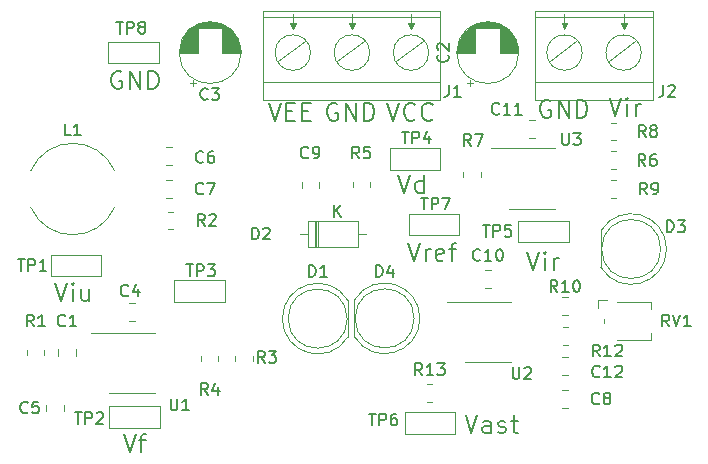
<source format=gto>
%TF.GenerationSoftware,KiCad,Pcbnew,5.1.10-88a1d61d58~88~ubuntu18.04.1*%
%TF.CreationDate,2021-06-11T13:40:42+04:00*%
%TF.ProjectId,DetecteurPresence,44657465-6374-4657-9572-50726573656e,1.0*%
%TF.SameCoordinates,Original*%
%TF.FileFunction,Legend,Top*%
%TF.FilePolarity,Positive*%
%FSLAX46Y46*%
G04 Gerber Fmt 4.6, Leading zero omitted, Abs format (unit mm)*
G04 Created by KiCad (PCBNEW 5.1.10-88a1d61d58~88~ubuntu18.04.1) date 2021-06-11 13:40:42*
%MOMM*%
%LPD*%
G01*
G04 APERTURE LIST*
%ADD10C,0.150000*%
%ADD11C,0.120000*%
%ADD12C,0.100000*%
G04 APERTURE END LIST*
D10*
X70814571Y-27372571D02*
X71314571Y-28872571D01*
X71814571Y-27372571D01*
X72314571Y-28872571D02*
X72314571Y-27872571D01*
X72314571Y-27372571D02*
X72243142Y-27444000D01*
X72314571Y-27515428D01*
X72386000Y-27444000D01*
X72314571Y-27372571D01*
X72314571Y-27515428D01*
X73028857Y-28872571D02*
X73028857Y-27872571D01*
X73028857Y-28158285D02*
X73100285Y-28015428D01*
X73171714Y-27944000D01*
X73314571Y-27872571D01*
X73457428Y-27872571D01*
X65786142Y-27571000D02*
X65643285Y-27499571D01*
X65429000Y-27499571D01*
X65214714Y-27571000D01*
X65071857Y-27713857D01*
X65000428Y-27856714D01*
X64929000Y-28142428D01*
X64929000Y-28356714D01*
X65000428Y-28642428D01*
X65071857Y-28785285D01*
X65214714Y-28928142D01*
X65429000Y-28999571D01*
X65571857Y-28999571D01*
X65786142Y-28928142D01*
X65857571Y-28856714D01*
X65857571Y-28356714D01*
X65571857Y-28356714D01*
X66500428Y-28999571D02*
X66500428Y-27499571D01*
X67357571Y-28999571D01*
X67357571Y-27499571D01*
X68071857Y-28999571D02*
X68071857Y-27499571D01*
X68429000Y-27499571D01*
X68643285Y-27571000D01*
X68786142Y-27713857D01*
X68857571Y-27856714D01*
X68929000Y-28142428D01*
X68929000Y-28356714D01*
X68857571Y-28642428D01*
X68786142Y-28785285D01*
X68643285Y-28928142D01*
X68429000Y-28999571D01*
X68071857Y-28999571D01*
X51975000Y-27753571D02*
X52475000Y-29253571D01*
X52975000Y-27753571D01*
X54332142Y-29110714D02*
X54260714Y-29182142D01*
X54046428Y-29253571D01*
X53903571Y-29253571D01*
X53689285Y-29182142D01*
X53546428Y-29039285D01*
X53475000Y-28896428D01*
X53403571Y-28610714D01*
X53403571Y-28396428D01*
X53475000Y-28110714D01*
X53546428Y-27967857D01*
X53689285Y-27825000D01*
X53903571Y-27753571D01*
X54046428Y-27753571D01*
X54260714Y-27825000D01*
X54332142Y-27896428D01*
X55832142Y-29110714D02*
X55760714Y-29182142D01*
X55546428Y-29253571D01*
X55403571Y-29253571D01*
X55189285Y-29182142D01*
X55046428Y-29039285D01*
X54975000Y-28896428D01*
X54903571Y-28610714D01*
X54903571Y-28396428D01*
X54975000Y-28110714D01*
X55046428Y-27967857D01*
X55189285Y-27825000D01*
X55403571Y-27753571D01*
X55546428Y-27753571D01*
X55760714Y-27825000D01*
X55832142Y-27896428D01*
X47752142Y-27825000D02*
X47609285Y-27753571D01*
X47395000Y-27753571D01*
X47180714Y-27825000D01*
X47037857Y-27967857D01*
X46966428Y-28110714D01*
X46895000Y-28396428D01*
X46895000Y-28610714D01*
X46966428Y-28896428D01*
X47037857Y-29039285D01*
X47180714Y-29182142D01*
X47395000Y-29253571D01*
X47537857Y-29253571D01*
X47752142Y-29182142D01*
X47823571Y-29110714D01*
X47823571Y-28610714D01*
X47537857Y-28610714D01*
X48466428Y-29253571D02*
X48466428Y-27753571D01*
X49323571Y-29253571D01*
X49323571Y-27753571D01*
X50037857Y-29253571D02*
X50037857Y-27753571D01*
X50395000Y-27753571D01*
X50609285Y-27825000D01*
X50752142Y-27967857D01*
X50823571Y-28110714D01*
X50895000Y-28396428D01*
X50895000Y-28610714D01*
X50823571Y-28896428D01*
X50752142Y-29039285D01*
X50609285Y-29182142D01*
X50395000Y-29253571D01*
X50037857Y-29253571D01*
X41957857Y-27753571D02*
X42457857Y-29253571D01*
X42957857Y-27753571D01*
X43457857Y-28467857D02*
X43957857Y-28467857D01*
X44172142Y-29253571D02*
X43457857Y-29253571D01*
X43457857Y-27753571D01*
X44172142Y-27753571D01*
X44815000Y-28467857D02*
X45315000Y-28467857D01*
X45529285Y-29253571D02*
X44815000Y-29253571D01*
X44815000Y-27753571D01*
X45529285Y-27753571D01*
X58618714Y-54169571D02*
X59118714Y-55669571D01*
X59618714Y-54169571D01*
X60761571Y-55669571D02*
X60761571Y-54883857D01*
X60690142Y-54741000D01*
X60547285Y-54669571D01*
X60261571Y-54669571D01*
X60118714Y-54741000D01*
X60761571Y-55598142D02*
X60618714Y-55669571D01*
X60261571Y-55669571D01*
X60118714Y-55598142D01*
X60047285Y-55455285D01*
X60047285Y-55312428D01*
X60118714Y-55169571D01*
X60261571Y-55098142D01*
X60618714Y-55098142D01*
X60761571Y-55026714D01*
X61404428Y-55598142D02*
X61547285Y-55669571D01*
X61833000Y-55669571D01*
X61975857Y-55598142D01*
X62047285Y-55455285D01*
X62047285Y-55383857D01*
X61975857Y-55241000D01*
X61833000Y-55169571D01*
X61618714Y-55169571D01*
X61475857Y-55098142D01*
X61404428Y-54955285D01*
X61404428Y-54883857D01*
X61475857Y-54741000D01*
X61618714Y-54669571D01*
X61833000Y-54669571D01*
X61975857Y-54741000D01*
X62475857Y-54669571D02*
X63047285Y-54669571D01*
X62690142Y-54169571D02*
X62690142Y-55455285D01*
X62761571Y-55598142D01*
X62904428Y-55669571D01*
X63047285Y-55669571D01*
X29678428Y-55820571D02*
X30178428Y-57320571D01*
X30678428Y-55820571D01*
X30964142Y-56320571D02*
X31535571Y-56320571D01*
X31178428Y-57320571D02*
X31178428Y-56034857D01*
X31249857Y-55892000D01*
X31392714Y-55820571D01*
X31535571Y-55820571D01*
X23864285Y-42993571D02*
X24364285Y-44493571D01*
X24864285Y-42993571D01*
X25364285Y-44493571D02*
X25364285Y-43493571D01*
X25364285Y-42993571D02*
X25292857Y-43065000D01*
X25364285Y-43136428D01*
X25435714Y-43065000D01*
X25364285Y-42993571D01*
X25364285Y-43136428D01*
X26721428Y-43493571D02*
X26721428Y-44493571D01*
X26078571Y-43493571D02*
X26078571Y-44279285D01*
X26150000Y-44422142D01*
X26292857Y-44493571D01*
X26507142Y-44493571D01*
X26650000Y-44422142D01*
X26721428Y-44350714D01*
X52923428Y-33849571D02*
X53423428Y-35349571D01*
X53923428Y-33849571D01*
X55066285Y-35349571D02*
X55066285Y-33849571D01*
X55066285Y-35278142D02*
X54923428Y-35349571D01*
X54637714Y-35349571D01*
X54494857Y-35278142D01*
X54423428Y-35206714D01*
X54352000Y-35063857D01*
X54352000Y-34635285D01*
X54423428Y-34492428D01*
X54494857Y-34421000D01*
X54637714Y-34349571D01*
X54923428Y-34349571D01*
X55066285Y-34421000D01*
X53742685Y-39615371D02*
X54242685Y-41115371D01*
X54742685Y-39615371D01*
X55242685Y-41115371D02*
X55242685Y-40115371D01*
X55242685Y-40401085D02*
X55314114Y-40258228D01*
X55385542Y-40186800D01*
X55528400Y-40115371D01*
X55671257Y-40115371D01*
X56742685Y-41043942D02*
X56599828Y-41115371D01*
X56314114Y-41115371D01*
X56171257Y-41043942D01*
X56099828Y-40901085D01*
X56099828Y-40329657D01*
X56171257Y-40186800D01*
X56314114Y-40115371D01*
X56599828Y-40115371D01*
X56742685Y-40186800D01*
X56814114Y-40329657D01*
X56814114Y-40472514D01*
X56099828Y-40615371D01*
X57242685Y-40115371D02*
X57814114Y-40115371D01*
X57456971Y-41115371D02*
X57456971Y-39829657D01*
X57528400Y-39686800D01*
X57671257Y-39615371D01*
X57814114Y-39615371D01*
X63854971Y-40377371D02*
X64354971Y-41877371D01*
X64854971Y-40377371D01*
X65354971Y-41877371D02*
X65354971Y-40877371D01*
X65354971Y-40377371D02*
X65283542Y-40448800D01*
X65354971Y-40520228D01*
X65426400Y-40448800D01*
X65354971Y-40377371D01*
X65354971Y-40520228D01*
X66069257Y-41877371D02*
X66069257Y-40877371D01*
X66069257Y-41163085D02*
X66140685Y-41020228D01*
X66212114Y-40948800D01*
X66354971Y-40877371D01*
X66497828Y-40877371D01*
X29489542Y-25132600D02*
X29346685Y-25061171D01*
X29132400Y-25061171D01*
X28918114Y-25132600D01*
X28775257Y-25275457D01*
X28703828Y-25418314D01*
X28632400Y-25704028D01*
X28632400Y-25918314D01*
X28703828Y-26204028D01*
X28775257Y-26346885D01*
X28918114Y-26489742D01*
X29132400Y-26561171D01*
X29275257Y-26561171D01*
X29489542Y-26489742D01*
X29560971Y-26418314D01*
X29560971Y-25918314D01*
X29275257Y-25918314D01*
X30203828Y-26561171D02*
X30203828Y-25061171D01*
X31060971Y-26561171D01*
X31060971Y-25061171D01*
X31775257Y-26561171D02*
X31775257Y-25061171D01*
X32132400Y-25061171D01*
X32346685Y-25132600D01*
X32489542Y-25275457D01*
X32560971Y-25418314D01*
X32632400Y-25704028D01*
X32632400Y-25918314D01*
X32560971Y-26204028D01*
X32489542Y-26346885D01*
X32346685Y-26489742D01*
X32132400Y-26561171D01*
X31775257Y-26561171D01*
D11*
%TO.C,R7*%
X59917000Y-34025064D02*
X59917000Y-33570936D01*
X58447000Y-34025064D02*
X58447000Y-33570936D01*
%TO.C,TP8*%
X32635400Y-24369600D02*
X28335400Y-24369600D01*
X28335400Y-22569600D02*
X32635400Y-22569600D01*
X28335400Y-22569600D02*
X28335400Y-24369600D01*
X32635400Y-24369600D02*
X32635400Y-22569600D01*
%TO.C,C1*%
X24157000Y-48633748D02*
X24157000Y-49156252D01*
X25627000Y-48633748D02*
X25627000Y-49156252D01*
%TO.C,C2*%
X63120000Y-23500000D02*
G75*
G03*
X63120000Y-23500000I-2620000J0D01*
G01*
X61540000Y-23500000D02*
X63080000Y-23500000D01*
X57920000Y-23500000D02*
X59460000Y-23500000D01*
X61540000Y-23460000D02*
X63080000Y-23460000D01*
X57920000Y-23460000D02*
X59460000Y-23460000D01*
X57921000Y-23420000D02*
X59460000Y-23420000D01*
X61540000Y-23420000D02*
X63079000Y-23420000D01*
X57922000Y-23380000D02*
X59460000Y-23380000D01*
X61540000Y-23380000D02*
X63078000Y-23380000D01*
X57924000Y-23340000D02*
X59460000Y-23340000D01*
X61540000Y-23340000D02*
X63076000Y-23340000D01*
X57927000Y-23300000D02*
X59460000Y-23300000D01*
X61540000Y-23300000D02*
X63073000Y-23300000D01*
X57931000Y-23260000D02*
X59460000Y-23260000D01*
X61540000Y-23260000D02*
X63069000Y-23260000D01*
X57935000Y-23220000D02*
X59460000Y-23220000D01*
X61540000Y-23220000D02*
X63065000Y-23220000D01*
X57939000Y-23180000D02*
X59460000Y-23180000D01*
X61540000Y-23180000D02*
X63061000Y-23180000D01*
X57944000Y-23140000D02*
X59460000Y-23140000D01*
X61540000Y-23140000D02*
X63056000Y-23140000D01*
X57950000Y-23100000D02*
X59460000Y-23100000D01*
X61540000Y-23100000D02*
X63050000Y-23100000D01*
X57957000Y-23060000D02*
X59460000Y-23060000D01*
X61540000Y-23060000D02*
X63043000Y-23060000D01*
X57964000Y-23020000D02*
X59460000Y-23020000D01*
X61540000Y-23020000D02*
X63036000Y-23020000D01*
X57972000Y-22980000D02*
X59460000Y-22980000D01*
X61540000Y-22980000D02*
X63028000Y-22980000D01*
X57980000Y-22940000D02*
X59460000Y-22940000D01*
X61540000Y-22940000D02*
X63020000Y-22940000D01*
X57989000Y-22900000D02*
X59460000Y-22900000D01*
X61540000Y-22900000D02*
X63011000Y-22900000D01*
X57999000Y-22860000D02*
X59460000Y-22860000D01*
X61540000Y-22860000D02*
X63001000Y-22860000D01*
X58009000Y-22820000D02*
X59460000Y-22820000D01*
X61540000Y-22820000D02*
X62991000Y-22820000D01*
X58020000Y-22779000D02*
X59460000Y-22779000D01*
X61540000Y-22779000D02*
X62980000Y-22779000D01*
X58032000Y-22739000D02*
X59460000Y-22739000D01*
X61540000Y-22739000D02*
X62968000Y-22739000D01*
X58045000Y-22699000D02*
X59460000Y-22699000D01*
X61540000Y-22699000D02*
X62955000Y-22699000D01*
X58058000Y-22659000D02*
X59460000Y-22659000D01*
X61540000Y-22659000D02*
X62942000Y-22659000D01*
X58072000Y-22619000D02*
X59460000Y-22619000D01*
X61540000Y-22619000D02*
X62928000Y-22619000D01*
X58086000Y-22579000D02*
X59460000Y-22579000D01*
X61540000Y-22579000D02*
X62914000Y-22579000D01*
X58102000Y-22539000D02*
X59460000Y-22539000D01*
X61540000Y-22539000D02*
X62898000Y-22539000D01*
X58118000Y-22499000D02*
X59460000Y-22499000D01*
X61540000Y-22499000D02*
X62882000Y-22499000D01*
X58135000Y-22459000D02*
X59460000Y-22459000D01*
X61540000Y-22459000D02*
X62865000Y-22459000D01*
X58152000Y-22419000D02*
X59460000Y-22419000D01*
X61540000Y-22419000D02*
X62848000Y-22419000D01*
X58171000Y-22379000D02*
X59460000Y-22379000D01*
X61540000Y-22379000D02*
X62829000Y-22379000D01*
X58190000Y-22339000D02*
X59460000Y-22339000D01*
X61540000Y-22339000D02*
X62810000Y-22339000D01*
X58210000Y-22299000D02*
X59460000Y-22299000D01*
X61540000Y-22299000D02*
X62790000Y-22299000D01*
X58232000Y-22259000D02*
X59460000Y-22259000D01*
X61540000Y-22259000D02*
X62768000Y-22259000D01*
X58253000Y-22219000D02*
X59460000Y-22219000D01*
X61540000Y-22219000D02*
X62747000Y-22219000D01*
X58276000Y-22179000D02*
X59460000Y-22179000D01*
X61540000Y-22179000D02*
X62724000Y-22179000D01*
X58300000Y-22139000D02*
X59460000Y-22139000D01*
X61540000Y-22139000D02*
X62700000Y-22139000D01*
X58325000Y-22099000D02*
X59460000Y-22099000D01*
X61540000Y-22099000D02*
X62675000Y-22099000D01*
X58351000Y-22059000D02*
X59460000Y-22059000D01*
X61540000Y-22059000D02*
X62649000Y-22059000D01*
X58378000Y-22019000D02*
X59460000Y-22019000D01*
X61540000Y-22019000D02*
X62622000Y-22019000D01*
X58405000Y-21979000D02*
X59460000Y-21979000D01*
X61540000Y-21979000D02*
X62595000Y-21979000D01*
X58435000Y-21939000D02*
X59460000Y-21939000D01*
X61540000Y-21939000D02*
X62565000Y-21939000D01*
X58465000Y-21899000D02*
X59460000Y-21899000D01*
X61540000Y-21899000D02*
X62535000Y-21899000D01*
X58496000Y-21859000D02*
X59460000Y-21859000D01*
X61540000Y-21859000D02*
X62504000Y-21859000D01*
X58529000Y-21819000D02*
X59460000Y-21819000D01*
X61540000Y-21819000D02*
X62471000Y-21819000D01*
X58563000Y-21779000D02*
X59460000Y-21779000D01*
X61540000Y-21779000D02*
X62437000Y-21779000D01*
X58599000Y-21739000D02*
X59460000Y-21739000D01*
X61540000Y-21739000D02*
X62401000Y-21739000D01*
X58636000Y-21699000D02*
X59460000Y-21699000D01*
X61540000Y-21699000D02*
X62364000Y-21699000D01*
X58674000Y-21659000D02*
X59460000Y-21659000D01*
X61540000Y-21659000D02*
X62326000Y-21659000D01*
X58715000Y-21619000D02*
X59460000Y-21619000D01*
X61540000Y-21619000D02*
X62285000Y-21619000D01*
X58757000Y-21579000D02*
X59460000Y-21579000D01*
X61540000Y-21579000D02*
X62243000Y-21579000D01*
X58801000Y-21539000D02*
X59460000Y-21539000D01*
X61540000Y-21539000D02*
X62199000Y-21539000D01*
X58847000Y-21499000D02*
X59460000Y-21499000D01*
X61540000Y-21499000D02*
X62153000Y-21499000D01*
X58895000Y-21459000D02*
X62105000Y-21459000D01*
X58946000Y-21419000D02*
X62054000Y-21419000D01*
X59000000Y-21379000D02*
X62000000Y-21379000D01*
X59057000Y-21339000D02*
X61943000Y-21339000D01*
X59117000Y-21299000D02*
X61883000Y-21299000D01*
X59181000Y-21259000D02*
X61819000Y-21259000D01*
X59249000Y-21219000D02*
X61751000Y-21219000D01*
X59322000Y-21179000D02*
X61678000Y-21179000D01*
X59402000Y-21139000D02*
X61598000Y-21139000D01*
X59489000Y-21099000D02*
X61511000Y-21099000D01*
X59585000Y-21059000D02*
X61415000Y-21059000D01*
X59695000Y-21019000D02*
X61305000Y-21019000D01*
X59823000Y-20979000D02*
X61177000Y-20979000D01*
X59982000Y-20939000D02*
X61018000Y-20939000D01*
X60216000Y-20899000D02*
X60784000Y-20899000D01*
X59025000Y-26304775D02*
X59025000Y-25804775D01*
X58775000Y-26054775D02*
X59275000Y-26054775D01*
%TO.C,C3*%
X35275000Y-26054775D02*
X35775000Y-26054775D01*
X35525000Y-26304775D02*
X35525000Y-25804775D01*
X36716000Y-20899000D02*
X37284000Y-20899000D01*
X36482000Y-20939000D02*
X37518000Y-20939000D01*
X36323000Y-20979000D02*
X37677000Y-20979000D01*
X36195000Y-21019000D02*
X37805000Y-21019000D01*
X36085000Y-21059000D02*
X37915000Y-21059000D01*
X35989000Y-21099000D02*
X38011000Y-21099000D01*
X35902000Y-21139000D02*
X38098000Y-21139000D01*
X35822000Y-21179000D02*
X38178000Y-21179000D01*
X35749000Y-21219000D02*
X38251000Y-21219000D01*
X35681000Y-21259000D02*
X38319000Y-21259000D01*
X35617000Y-21299000D02*
X38383000Y-21299000D01*
X35557000Y-21339000D02*
X38443000Y-21339000D01*
X35500000Y-21379000D02*
X38500000Y-21379000D01*
X35446000Y-21419000D02*
X38554000Y-21419000D01*
X35395000Y-21459000D02*
X38605000Y-21459000D01*
X38040000Y-21499000D02*
X38653000Y-21499000D01*
X35347000Y-21499000D02*
X35960000Y-21499000D01*
X38040000Y-21539000D02*
X38699000Y-21539000D01*
X35301000Y-21539000D02*
X35960000Y-21539000D01*
X38040000Y-21579000D02*
X38743000Y-21579000D01*
X35257000Y-21579000D02*
X35960000Y-21579000D01*
X38040000Y-21619000D02*
X38785000Y-21619000D01*
X35215000Y-21619000D02*
X35960000Y-21619000D01*
X38040000Y-21659000D02*
X38826000Y-21659000D01*
X35174000Y-21659000D02*
X35960000Y-21659000D01*
X38040000Y-21699000D02*
X38864000Y-21699000D01*
X35136000Y-21699000D02*
X35960000Y-21699000D01*
X38040000Y-21739000D02*
X38901000Y-21739000D01*
X35099000Y-21739000D02*
X35960000Y-21739000D01*
X38040000Y-21779000D02*
X38937000Y-21779000D01*
X35063000Y-21779000D02*
X35960000Y-21779000D01*
X38040000Y-21819000D02*
X38971000Y-21819000D01*
X35029000Y-21819000D02*
X35960000Y-21819000D01*
X38040000Y-21859000D02*
X39004000Y-21859000D01*
X34996000Y-21859000D02*
X35960000Y-21859000D01*
X38040000Y-21899000D02*
X39035000Y-21899000D01*
X34965000Y-21899000D02*
X35960000Y-21899000D01*
X38040000Y-21939000D02*
X39065000Y-21939000D01*
X34935000Y-21939000D02*
X35960000Y-21939000D01*
X38040000Y-21979000D02*
X39095000Y-21979000D01*
X34905000Y-21979000D02*
X35960000Y-21979000D01*
X38040000Y-22019000D02*
X39122000Y-22019000D01*
X34878000Y-22019000D02*
X35960000Y-22019000D01*
X38040000Y-22059000D02*
X39149000Y-22059000D01*
X34851000Y-22059000D02*
X35960000Y-22059000D01*
X38040000Y-22099000D02*
X39175000Y-22099000D01*
X34825000Y-22099000D02*
X35960000Y-22099000D01*
X38040000Y-22139000D02*
X39200000Y-22139000D01*
X34800000Y-22139000D02*
X35960000Y-22139000D01*
X38040000Y-22179000D02*
X39224000Y-22179000D01*
X34776000Y-22179000D02*
X35960000Y-22179000D01*
X38040000Y-22219000D02*
X39247000Y-22219000D01*
X34753000Y-22219000D02*
X35960000Y-22219000D01*
X38040000Y-22259000D02*
X39268000Y-22259000D01*
X34732000Y-22259000D02*
X35960000Y-22259000D01*
X38040000Y-22299000D02*
X39290000Y-22299000D01*
X34710000Y-22299000D02*
X35960000Y-22299000D01*
X38040000Y-22339000D02*
X39310000Y-22339000D01*
X34690000Y-22339000D02*
X35960000Y-22339000D01*
X38040000Y-22379000D02*
X39329000Y-22379000D01*
X34671000Y-22379000D02*
X35960000Y-22379000D01*
X38040000Y-22419000D02*
X39348000Y-22419000D01*
X34652000Y-22419000D02*
X35960000Y-22419000D01*
X38040000Y-22459000D02*
X39365000Y-22459000D01*
X34635000Y-22459000D02*
X35960000Y-22459000D01*
X38040000Y-22499000D02*
X39382000Y-22499000D01*
X34618000Y-22499000D02*
X35960000Y-22499000D01*
X38040000Y-22539000D02*
X39398000Y-22539000D01*
X34602000Y-22539000D02*
X35960000Y-22539000D01*
X38040000Y-22579000D02*
X39414000Y-22579000D01*
X34586000Y-22579000D02*
X35960000Y-22579000D01*
X38040000Y-22619000D02*
X39428000Y-22619000D01*
X34572000Y-22619000D02*
X35960000Y-22619000D01*
X38040000Y-22659000D02*
X39442000Y-22659000D01*
X34558000Y-22659000D02*
X35960000Y-22659000D01*
X38040000Y-22699000D02*
X39455000Y-22699000D01*
X34545000Y-22699000D02*
X35960000Y-22699000D01*
X38040000Y-22739000D02*
X39468000Y-22739000D01*
X34532000Y-22739000D02*
X35960000Y-22739000D01*
X38040000Y-22779000D02*
X39480000Y-22779000D01*
X34520000Y-22779000D02*
X35960000Y-22779000D01*
X38040000Y-22820000D02*
X39491000Y-22820000D01*
X34509000Y-22820000D02*
X35960000Y-22820000D01*
X38040000Y-22860000D02*
X39501000Y-22860000D01*
X34499000Y-22860000D02*
X35960000Y-22860000D01*
X38040000Y-22900000D02*
X39511000Y-22900000D01*
X34489000Y-22900000D02*
X35960000Y-22900000D01*
X38040000Y-22940000D02*
X39520000Y-22940000D01*
X34480000Y-22940000D02*
X35960000Y-22940000D01*
X38040000Y-22980000D02*
X39528000Y-22980000D01*
X34472000Y-22980000D02*
X35960000Y-22980000D01*
X38040000Y-23020000D02*
X39536000Y-23020000D01*
X34464000Y-23020000D02*
X35960000Y-23020000D01*
X38040000Y-23060000D02*
X39543000Y-23060000D01*
X34457000Y-23060000D02*
X35960000Y-23060000D01*
X38040000Y-23100000D02*
X39550000Y-23100000D01*
X34450000Y-23100000D02*
X35960000Y-23100000D01*
X38040000Y-23140000D02*
X39556000Y-23140000D01*
X34444000Y-23140000D02*
X35960000Y-23140000D01*
X38040000Y-23180000D02*
X39561000Y-23180000D01*
X34439000Y-23180000D02*
X35960000Y-23180000D01*
X38040000Y-23220000D02*
X39565000Y-23220000D01*
X34435000Y-23220000D02*
X35960000Y-23220000D01*
X38040000Y-23260000D02*
X39569000Y-23260000D01*
X34431000Y-23260000D02*
X35960000Y-23260000D01*
X38040000Y-23300000D02*
X39573000Y-23300000D01*
X34427000Y-23300000D02*
X35960000Y-23300000D01*
X38040000Y-23340000D02*
X39576000Y-23340000D01*
X34424000Y-23340000D02*
X35960000Y-23340000D01*
X38040000Y-23380000D02*
X39578000Y-23380000D01*
X34422000Y-23380000D02*
X35960000Y-23380000D01*
X38040000Y-23420000D02*
X39579000Y-23420000D01*
X34421000Y-23420000D02*
X35960000Y-23420000D01*
X34420000Y-23460000D02*
X35960000Y-23460000D01*
X38040000Y-23460000D02*
X39580000Y-23460000D01*
X34420000Y-23500000D02*
X35960000Y-23500000D01*
X38040000Y-23500000D02*
X39580000Y-23500000D01*
X39620000Y-23500000D02*
G75*
G03*
X39620000Y-23500000I-2620000J0D01*
G01*
%TO.C,C4*%
X30614252Y-46201000D02*
X30091748Y-46201000D01*
X30614252Y-44731000D02*
X30091748Y-44731000D01*
%TO.C,C5*%
X23141000Y-53354248D02*
X23141000Y-53876752D01*
X24611000Y-53354248D02*
X24611000Y-53876752D01*
%TO.C,C6*%
X33767752Y-32993000D02*
X33245248Y-32993000D01*
X33767752Y-31523000D02*
X33245248Y-31523000D01*
%TO.C,C7*%
X33789252Y-34317000D02*
X33266748Y-34317000D01*
X33789252Y-35787000D02*
X33266748Y-35787000D01*
%TO.C,C8*%
X66794748Y-52097000D02*
X67317252Y-52097000D01*
X66794748Y-53567000D02*
X67317252Y-53567000D01*
%TO.C,C9*%
X46251800Y-34431248D02*
X46251800Y-34953752D01*
X44781800Y-34431248D02*
X44781800Y-34953752D01*
%TO.C,C10*%
X60767752Y-43407000D02*
X60245248Y-43407000D01*
X60767752Y-41937000D02*
X60245248Y-41937000D01*
%TO.C,C11*%
X63979248Y-30707000D02*
X64501752Y-30707000D01*
X63979248Y-29237000D02*
X64501752Y-29237000D01*
%TO.C,C12*%
X66794748Y-50773000D02*
X67317252Y-50773000D01*
X66794748Y-49303000D02*
X67317252Y-49303000D01*
%TO.C,D1*%
X43111000Y-46025262D02*
G75*
G02*
X48661000Y-44479970I2990000J462D01*
G01*
X43111000Y-46024338D02*
G75*
G03*
X48661000Y-47569630I2990000J-462D01*
G01*
X48601000Y-46024800D02*
G75*
G03*
X48601000Y-46024800I-2500000J0D01*
G01*
X48661000Y-47569800D02*
X48661000Y-44479800D01*
%TO.C,D2*%
X45276400Y-37742000D02*
X45276400Y-39982000D01*
X45276400Y-39982000D02*
X49516400Y-39982000D01*
X49516400Y-39982000D02*
X49516400Y-37742000D01*
X49516400Y-37742000D02*
X45276400Y-37742000D01*
X44626400Y-38862000D02*
X45276400Y-38862000D01*
X50166400Y-38862000D02*
X49516400Y-38862000D01*
X45996400Y-37742000D02*
X45996400Y-39982000D01*
X46116400Y-37742000D02*
X46116400Y-39982000D01*
X45876400Y-37742000D02*
X45876400Y-39982000D01*
%TO.C,D3*%
X75144000Y-40132000D02*
G75*
G03*
X75144000Y-40132000I-2500000J0D01*
G01*
X70084000Y-38587000D02*
X70084000Y-41677000D01*
X75634000Y-40132462D02*
G75*
G03*
X70084000Y-38587170I-2990000J462D01*
G01*
X75634000Y-40131538D02*
G75*
G02*
X70084000Y-41676830I-2990000J-462D01*
G01*
%TO.C,D4*%
X49210000Y-44455000D02*
X49210000Y-47545000D01*
X54270000Y-46000000D02*
G75*
G03*
X54270000Y-46000000I-2500000J0D01*
G01*
X54760000Y-46000462D02*
G75*
G03*
X49210000Y-44455170I-2990000J462D01*
G01*
X54760000Y-45999538D02*
G75*
G02*
X49210000Y-47544830I-2990000J-462D01*
G01*
%TO.C,J1*%
X52750000Y-24250000D02*
X55000000Y-22500000D01*
X47750000Y-24250000D02*
X50000000Y-22500000D01*
X42750000Y-24250000D02*
X45000000Y-22500000D01*
X45500000Y-23500000D02*
G75*
G03*
X45500000Y-23500000I-1500000J0D01*
G01*
X50500000Y-23500000D02*
G75*
G03*
X50500000Y-23500000I-1500000J0D01*
G01*
X55500000Y-23500000D02*
G75*
G03*
X55500000Y-23500000I-1500000J0D01*
G01*
D12*
G36*
X43750000Y-21000000D02*
G01*
X44250000Y-21000000D01*
X44000000Y-21500000D01*
X43750000Y-21000000D01*
G37*
X43750000Y-21000000D02*
X44250000Y-21000000D01*
X44000000Y-21500000D01*
X43750000Y-21000000D01*
G36*
X48750000Y-21000000D02*
G01*
X49250000Y-21000000D01*
X49000000Y-21500000D01*
X48750000Y-21000000D01*
G37*
X48750000Y-21000000D02*
X49250000Y-21000000D01*
X49000000Y-21500000D01*
X48750000Y-21000000D01*
G36*
X53750000Y-21000000D02*
G01*
X54250000Y-21000000D01*
X54000000Y-21500000D01*
X53750000Y-21000000D01*
G37*
X53750000Y-21000000D02*
X54250000Y-21000000D01*
X54000000Y-21500000D01*
X53750000Y-21000000D01*
D11*
X44000000Y-20250000D02*
X44000000Y-21500000D01*
X49000000Y-20250000D02*
X49000000Y-21500000D01*
X54000000Y-20250000D02*
X54000000Y-21500000D01*
X56500000Y-20500000D02*
X41500000Y-20500000D01*
X56500000Y-26000000D02*
X41500000Y-26000000D01*
X41500000Y-20000000D02*
X56500000Y-20000000D01*
X41500000Y-27500000D02*
X41500000Y-20000000D01*
X56500000Y-27500000D02*
X41500000Y-27500000D01*
X56500000Y-20000000D02*
X56500000Y-27500000D01*
%TO.C,J2*%
X74500000Y-20000000D02*
X74500000Y-27500000D01*
X74500000Y-27500000D02*
X64500000Y-27500000D01*
X64500000Y-27500000D02*
X64500000Y-20000000D01*
X64500000Y-20000000D02*
X74500000Y-20000000D01*
X74500000Y-26000000D02*
X64500000Y-26000000D01*
X74500000Y-20500000D02*
X64500000Y-20500000D01*
X72000000Y-20250000D02*
X72000000Y-21500000D01*
X67000000Y-20250000D02*
X67000000Y-21500000D01*
D12*
G36*
X71750000Y-21000000D02*
G01*
X72250000Y-21000000D01*
X72000000Y-21500000D01*
X71750000Y-21000000D01*
G37*
X71750000Y-21000000D02*
X72250000Y-21000000D01*
X72000000Y-21500000D01*
X71750000Y-21000000D01*
G36*
X66750000Y-21000000D02*
G01*
X67250000Y-21000000D01*
X67000000Y-21500000D01*
X66750000Y-21000000D01*
G37*
X66750000Y-21000000D02*
X67250000Y-21000000D01*
X67000000Y-21500000D01*
X66750000Y-21000000D01*
D11*
X73500000Y-23500000D02*
G75*
G03*
X73500000Y-23500000I-1500000J0D01*
G01*
X68500000Y-23500000D02*
G75*
G03*
X68500000Y-23500000I-1500000J0D01*
G01*
X65750000Y-24250000D02*
X68000000Y-22500000D01*
X70750000Y-24250000D02*
X73000000Y-22500000D01*
%TO.C,L1*%
X28901652Y-33492000D02*
G75*
G03*
X21818348Y-33492000I-3541652J-1560000D01*
G01*
X28901652Y-36612000D02*
G75*
G02*
X21818348Y-36612000I-3541652J1560000D01*
G01*
%TO.C,R1*%
X22960000Y-48667936D02*
X22960000Y-49122064D01*
X21490000Y-48667936D02*
X21490000Y-49122064D01*
%TO.C,R2*%
X33882064Y-36984000D02*
X33427936Y-36984000D01*
X33882064Y-38454000D02*
X33427936Y-38454000D01*
%TO.C,R3*%
X39143000Y-49614064D02*
X39143000Y-49159936D01*
X40613000Y-49614064D02*
X40613000Y-49159936D01*
%TO.C,R4*%
X37692000Y-49175936D02*
X37692000Y-49630064D01*
X36222000Y-49175936D02*
X36222000Y-49630064D01*
%TO.C,R5*%
X50569800Y-34898064D02*
X50569800Y-34443936D01*
X49099800Y-34898064D02*
X49099800Y-34443936D01*
%TO.C,R6*%
X71388464Y-33323200D02*
X70934336Y-33323200D01*
X71388464Y-31853200D02*
X70934336Y-31853200D01*
%TO.C,R8*%
X70934336Y-29465600D02*
X71388464Y-29465600D01*
X70934336Y-30935600D02*
X71388464Y-30935600D01*
%TO.C,R9*%
X70908936Y-35787000D02*
X71363064Y-35787000D01*
X70908936Y-34317000D02*
X71363064Y-34317000D01*
%TO.C,R10*%
X66812936Y-44223000D02*
X67267064Y-44223000D01*
X66812936Y-45693000D02*
X67267064Y-45693000D01*
%TO.C,R12*%
X67299064Y-46763000D02*
X66844936Y-46763000D01*
X67299064Y-48233000D02*
X66844936Y-48233000D01*
%TO.C,R13*%
X55811064Y-51589000D02*
X55356936Y-51589000D01*
X55811064Y-53059000D02*
X55356936Y-53059000D01*
%TO.C,RV1*%
X70364000Y-46028000D02*
X70364000Y-46428000D01*
X71464000Y-44628000D02*
X74364000Y-44628000D01*
X74364000Y-44628000D02*
X74364000Y-45228000D01*
X71464000Y-47828000D02*
X74364000Y-47828000D01*
X74364000Y-47828000D02*
X74364000Y-47228000D01*
X70564000Y-44428000D02*
X69864000Y-44428000D01*
X69864000Y-44428000D02*
X69864000Y-45128000D01*
%TO.C,TP1*%
X27784000Y-42429000D02*
X23484000Y-42429000D01*
X23484000Y-40629000D02*
X27784000Y-40629000D01*
X23484000Y-40629000D02*
X23484000Y-42429000D01*
X27784000Y-42429000D02*
X27784000Y-40629000D01*
%TO.C,TP2*%
X32737000Y-55256000D02*
X32737000Y-53456000D01*
X28437000Y-53456000D02*
X28437000Y-55256000D01*
X28437000Y-53456000D02*
X32737000Y-53456000D01*
X32737000Y-55256000D02*
X28437000Y-55256000D01*
%TO.C,TP3*%
X33938000Y-42788000D02*
X33938000Y-44588000D01*
X38238000Y-44588000D02*
X38238000Y-42788000D01*
X38238000Y-44588000D02*
X33938000Y-44588000D01*
X33938000Y-42788000D02*
X38238000Y-42788000D01*
%TO.C,TP4*%
X56486000Y-33412000D02*
X52186000Y-33412000D01*
X52186000Y-31612000D02*
X56486000Y-31612000D01*
X52186000Y-31612000D02*
X52186000Y-33412000D01*
X56486000Y-33412000D02*
X56486000Y-31612000D01*
%TO.C,TP5*%
X67382600Y-39558800D02*
X63082600Y-39558800D01*
X63082600Y-37758800D02*
X67382600Y-37758800D01*
X63082600Y-37758800D02*
X63082600Y-39558800D01*
X67382600Y-39558800D02*
X67382600Y-37758800D01*
%TO.C,TP6*%
X57756000Y-55764000D02*
X57756000Y-53964000D01*
X53456000Y-53964000D02*
X53456000Y-55764000D01*
X53456000Y-53964000D02*
X57756000Y-53964000D01*
X57756000Y-55764000D02*
X53456000Y-55764000D01*
%TO.C,TP7*%
X53800800Y-37123800D02*
X58100800Y-37123800D01*
X58100800Y-38923800D02*
X53800800Y-38923800D01*
X58100800Y-38923800D02*
X58100800Y-37123800D01*
X53800800Y-37123800D02*
X53800800Y-38923800D01*
%TO.C,U1*%
X30353000Y-52344000D02*
X32303000Y-52344000D01*
X30353000Y-52344000D02*
X28403000Y-52344000D01*
X30353000Y-47224000D02*
X32303000Y-47224000D01*
X30353000Y-47224000D02*
X26903000Y-47224000D01*
%TO.C,U2*%
X60544000Y-49716000D02*
X62494000Y-49716000D01*
X60544000Y-49716000D02*
X58594000Y-49716000D01*
X60544000Y-44596000D02*
X62494000Y-44596000D01*
X60544000Y-44596000D02*
X57094000Y-44596000D01*
%TO.C,U3*%
X64262000Y-31603000D02*
X60812000Y-31603000D01*
X64262000Y-31603000D02*
X66212000Y-31603000D01*
X64262000Y-36723000D02*
X62312000Y-36723000D01*
X64262000Y-36723000D02*
X66212000Y-36723000D01*
%TO.C,R7*%
D10*
X59066133Y-31396180D02*
X58732800Y-30919990D01*
X58494704Y-31396180D02*
X58494704Y-30396180D01*
X58875657Y-30396180D01*
X58970895Y-30443800D01*
X59018514Y-30491419D01*
X59066133Y-30586657D01*
X59066133Y-30729514D01*
X59018514Y-30824752D01*
X58970895Y-30872371D01*
X58875657Y-30919990D01*
X58494704Y-30919990D01*
X59399466Y-30396180D02*
X60066133Y-30396180D01*
X59637561Y-31396180D01*
%TO.C,TP8*%
X29065695Y-20889980D02*
X29637123Y-20889980D01*
X29351409Y-21889980D02*
X29351409Y-20889980D01*
X29970457Y-21889980D02*
X29970457Y-20889980D01*
X30351409Y-20889980D01*
X30446647Y-20937600D01*
X30494266Y-20985219D01*
X30541885Y-21080457D01*
X30541885Y-21223314D01*
X30494266Y-21318552D01*
X30446647Y-21366171D01*
X30351409Y-21413790D01*
X29970457Y-21413790D01*
X31113314Y-21318552D02*
X31018076Y-21270933D01*
X30970457Y-21223314D01*
X30922838Y-21128076D01*
X30922838Y-21080457D01*
X30970457Y-20985219D01*
X31018076Y-20937600D01*
X31113314Y-20889980D01*
X31303790Y-20889980D01*
X31399028Y-20937600D01*
X31446647Y-20985219D01*
X31494266Y-21080457D01*
X31494266Y-21128076D01*
X31446647Y-21223314D01*
X31399028Y-21270933D01*
X31303790Y-21318552D01*
X31113314Y-21318552D01*
X31018076Y-21366171D01*
X30970457Y-21413790D01*
X30922838Y-21509028D01*
X30922838Y-21699504D01*
X30970457Y-21794742D01*
X31018076Y-21842361D01*
X31113314Y-21889980D01*
X31303790Y-21889980D01*
X31399028Y-21842361D01*
X31446647Y-21794742D01*
X31494266Y-21699504D01*
X31494266Y-21509028D01*
X31446647Y-21413790D01*
X31399028Y-21366171D01*
X31303790Y-21318552D01*
%TO.C,C1*%
X24725333Y-46585142D02*
X24677714Y-46632761D01*
X24534857Y-46680380D01*
X24439619Y-46680380D01*
X24296761Y-46632761D01*
X24201523Y-46537523D01*
X24153904Y-46442285D01*
X24106285Y-46251809D01*
X24106285Y-46108952D01*
X24153904Y-45918476D01*
X24201523Y-45823238D01*
X24296761Y-45728000D01*
X24439619Y-45680380D01*
X24534857Y-45680380D01*
X24677714Y-45728000D01*
X24725333Y-45775619D01*
X25677714Y-46680380D02*
X25106285Y-46680380D01*
X25392000Y-46680380D02*
X25392000Y-45680380D01*
X25296761Y-45823238D01*
X25201523Y-45918476D01*
X25106285Y-45966095D01*
%TO.C,C2*%
X57107142Y-23666666D02*
X57154761Y-23714285D01*
X57202380Y-23857142D01*
X57202380Y-23952380D01*
X57154761Y-24095238D01*
X57059523Y-24190476D01*
X56964285Y-24238095D01*
X56773809Y-24285714D01*
X56630952Y-24285714D01*
X56440476Y-24238095D01*
X56345238Y-24190476D01*
X56250000Y-24095238D01*
X56202380Y-23952380D01*
X56202380Y-23857142D01*
X56250000Y-23714285D01*
X56297619Y-23666666D01*
X56297619Y-23285714D02*
X56250000Y-23238095D01*
X56202380Y-23142857D01*
X56202380Y-22904761D01*
X56250000Y-22809523D01*
X56297619Y-22761904D01*
X56392857Y-22714285D01*
X56488095Y-22714285D01*
X56630952Y-22761904D01*
X57202380Y-23333333D01*
X57202380Y-22714285D01*
%TO.C,C3*%
X36790333Y-27408142D02*
X36742714Y-27455761D01*
X36599857Y-27503380D01*
X36504619Y-27503380D01*
X36361761Y-27455761D01*
X36266523Y-27360523D01*
X36218904Y-27265285D01*
X36171285Y-27074809D01*
X36171285Y-26931952D01*
X36218904Y-26741476D01*
X36266523Y-26646238D01*
X36361761Y-26551000D01*
X36504619Y-26503380D01*
X36599857Y-26503380D01*
X36742714Y-26551000D01*
X36790333Y-26598619D01*
X37123666Y-26503380D02*
X37742714Y-26503380D01*
X37409380Y-26884333D01*
X37552238Y-26884333D01*
X37647476Y-26931952D01*
X37695095Y-26979571D01*
X37742714Y-27074809D01*
X37742714Y-27312904D01*
X37695095Y-27408142D01*
X37647476Y-27455761D01*
X37552238Y-27503380D01*
X37266523Y-27503380D01*
X37171285Y-27455761D01*
X37123666Y-27408142D01*
%TO.C,C4*%
X30059333Y-44045142D02*
X30011714Y-44092761D01*
X29868857Y-44140380D01*
X29773619Y-44140380D01*
X29630761Y-44092761D01*
X29535523Y-43997523D01*
X29487904Y-43902285D01*
X29440285Y-43711809D01*
X29440285Y-43568952D01*
X29487904Y-43378476D01*
X29535523Y-43283238D01*
X29630761Y-43188000D01*
X29773619Y-43140380D01*
X29868857Y-43140380D01*
X30011714Y-43188000D01*
X30059333Y-43235619D01*
X30916476Y-43473714D02*
X30916476Y-44140380D01*
X30678380Y-43092761D02*
X30440285Y-43807047D01*
X31059333Y-43807047D01*
%TO.C,C5*%
X21550333Y-53951142D02*
X21502714Y-53998761D01*
X21359857Y-54046380D01*
X21264619Y-54046380D01*
X21121761Y-53998761D01*
X21026523Y-53903523D01*
X20978904Y-53808285D01*
X20931285Y-53617809D01*
X20931285Y-53474952D01*
X20978904Y-53284476D01*
X21026523Y-53189238D01*
X21121761Y-53094000D01*
X21264619Y-53046380D01*
X21359857Y-53046380D01*
X21502714Y-53094000D01*
X21550333Y-53141619D01*
X22455095Y-53046380D02*
X21978904Y-53046380D01*
X21931285Y-53522571D01*
X21978904Y-53474952D01*
X22074142Y-53427333D01*
X22312238Y-53427333D01*
X22407476Y-53474952D01*
X22455095Y-53522571D01*
X22502714Y-53617809D01*
X22502714Y-53855904D01*
X22455095Y-53951142D01*
X22407476Y-53998761D01*
X22312238Y-54046380D01*
X22074142Y-54046380D01*
X21978904Y-53998761D01*
X21931285Y-53951142D01*
%TO.C,C6*%
X36409333Y-32742142D02*
X36361714Y-32789761D01*
X36218857Y-32837380D01*
X36123619Y-32837380D01*
X35980761Y-32789761D01*
X35885523Y-32694523D01*
X35837904Y-32599285D01*
X35790285Y-32408809D01*
X35790285Y-32265952D01*
X35837904Y-32075476D01*
X35885523Y-31980238D01*
X35980761Y-31885000D01*
X36123619Y-31837380D01*
X36218857Y-31837380D01*
X36361714Y-31885000D01*
X36409333Y-31932619D01*
X37266476Y-31837380D02*
X37076000Y-31837380D01*
X36980761Y-31885000D01*
X36933142Y-31932619D01*
X36837904Y-32075476D01*
X36790285Y-32265952D01*
X36790285Y-32646904D01*
X36837904Y-32742142D01*
X36885523Y-32789761D01*
X36980761Y-32837380D01*
X37171238Y-32837380D01*
X37266476Y-32789761D01*
X37314095Y-32742142D01*
X37361714Y-32646904D01*
X37361714Y-32408809D01*
X37314095Y-32313571D01*
X37266476Y-32265952D01*
X37171238Y-32218333D01*
X36980761Y-32218333D01*
X36885523Y-32265952D01*
X36837904Y-32313571D01*
X36790285Y-32408809D01*
%TO.C,C7*%
X36409333Y-35409142D02*
X36361714Y-35456761D01*
X36218857Y-35504380D01*
X36123619Y-35504380D01*
X35980761Y-35456761D01*
X35885523Y-35361523D01*
X35837904Y-35266285D01*
X35790285Y-35075809D01*
X35790285Y-34932952D01*
X35837904Y-34742476D01*
X35885523Y-34647238D01*
X35980761Y-34552000D01*
X36123619Y-34504380D01*
X36218857Y-34504380D01*
X36361714Y-34552000D01*
X36409333Y-34599619D01*
X36742666Y-34504380D02*
X37409333Y-34504380D01*
X36980761Y-35504380D01*
%TO.C,C8*%
X69937333Y-53189142D02*
X69889714Y-53236761D01*
X69746857Y-53284380D01*
X69651619Y-53284380D01*
X69508761Y-53236761D01*
X69413523Y-53141523D01*
X69365904Y-53046285D01*
X69318285Y-52855809D01*
X69318285Y-52712952D01*
X69365904Y-52522476D01*
X69413523Y-52427238D01*
X69508761Y-52332000D01*
X69651619Y-52284380D01*
X69746857Y-52284380D01*
X69889714Y-52332000D01*
X69937333Y-52379619D01*
X70508761Y-52712952D02*
X70413523Y-52665333D01*
X70365904Y-52617714D01*
X70318285Y-52522476D01*
X70318285Y-52474857D01*
X70365904Y-52379619D01*
X70413523Y-52332000D01*
X70508761Y-52284380D01*
X70699238Y-52284380D01*
X70794476Y-52332000D01*
X70842095Y-52379619D01*
X70889714Y-52474857D01*
X70889714Y-52522476D01*
X70842095Y-52617714D01*
X70794476Y-52665333D01*
X70699238Y-52712952D01*
X70508761Y-52712952D01*
X70413523Y-52760571D01*
X70365904Y-52808190D01*
X70318285Y-52903428D01*
X70318285Y-53093904D01*
X70365904Y-53189142D01*
X70413523Y-53236761D01*
X70508761Y-53284380D01*
X70699238Y-53284380D01*
X70794476Y-53236761D01*
X70842095Y-53189142D01*
X70889714Y-53093904D01*
X70889714Y-52903428D01*
X70842095Y-52808190D01*
X70794476Y-52760571D01*
X70699238Y-52712952D01*
%TO.C,C9*%
X45299333Y-32361142D02*
X45251714Y-32408761D01*
X45108857Y-32456380D01*
X45013619Y-32456380D01*
X44870761Y-32408761D01*
X44775523Y-32313523D01*
X44727904Y-32218285D01*
X44680285Y-32027809D01*
X44680285Y-31884952D01*
X44727904Y-31694476D01*
X44775523Y-31599238D01*
X44870761Y-31504000D01*
X45013619Y-31456380D01*
X45108857Y-31456380D01*
X45251714Y-31504000D01*
X45299333Y-31551619D01*
X45775523Y-32456380D02*
X45966000Y-32456380D01*
X46061238Y-32408761D01*
X46108857Y-32361142D01*
X46204095Y-32218285D01*
X46251714Y-32027809D01*
X46251714Y-31646857D01*
X46204095Y-31551619D01*
X46156476Y-31504000D01*
X46061238Y-31456380D01*
X45870761Y-31456380D01*
X45775523Y-31504000D01*
X45727904Y-31551619D01*
X45680285Y-31646857D01*
X45680285Y-31884952D01*
X45727904Y-31980190D01*
X45775523Y-32027809D01*
X45870761Y-32075428D01*
X46061238Y-32075428D01*
X46156476Y-32027809D01*
X46204095Y-31980190D01*
X46251714Y-31884952D01*
%TO.C,C10*%
X59863642Y-41029142D02*
X59816023Y-41076761D01*
X59673166Y-41124380D01*
X59577928Y-41124380D01*
X59435071Y-41076761D01*
X59339833Y-40981523D01*
X59292214Y-40886285D01*
X59244595Y-40695809D01*
X59244595Y-40552952D01*
X59292214Y-40362476D01*
X59339833Y-40267238D01*
X59435071Y-40172000D01*
X59577928Y-40124380D01*
X59673166Y-40124380D01*
X59816023Y-40172000D01*
X59863642Y-40219619D01*
X60816023Y-41124380D02*
X60244595Y-41124380D01*
X60530309Y-41124380D02*
X60530309Y-40124380D01*
X60435071Y-40267238D01*
X60339833Y-40362476D01*
X60244595Y-40410095D01*
X61435071Y-40124380D02*
X61530309Y-40124380D01*
X61625547Y-40172000D01*
X61673166Y-40219619D01*
X61720785Y-40314857D01*
X61768404Y-40505333D01*
X61768404Y-40743428D01*
X61720785Y-40933904D01*
X61673166Y-41029142D01*
X61625547Y-41076761D01*
X61530309Y-41124380D01*
X61435071Y-41124380D01*
X61339833Y-41076761D01*
X61292214Y-41029142D01*
X61244595Y-40933904D01*
X61196976Y-40743428D01*
X61196976Y-40505333D01*
X61244595Y-40314857D01*
X61292214Y-40219619D01*
X61339833Y-40172000D01*
X61435071Y-40124380D01*
%TO.C,C11*%
X61460142Y-28649142D02*
X61412523Y-28696761D01*
X61269666Y-28744380D01*
X61174428Y-28744380D01*
X61031571Y-28696761D01*
X60936333Y-28601523D01*
X60888714Y-28506285D01*
X60841095Y-28315809D01*
X60841095Y-28172952D01*
X60888714Y-27982476D01*
X60936333Y-27887238D01*
X61031571Y-27792000D01*
X61174428Y-27744380D01*
X61269666Y-27744380D01*
X61412523Y-27792000D01*
X61460142Y-27839619D01*
X62412523Y-28744380D02*
X61841095Y-28744380D01*
X62126809Y-28744380D02*
X62126809Y-27744380D01*
X62031571Y-27887238D01*
X61936333Y-27982476D01*
X61841095Y-28030095D01*
X63364904Y-28744380D02*
X62793476Y-28744380D01*
X63079190Y-28744380D02*
X63079190Y-27744380D01*
X62983952Y-27887238D01*
X62888714Y-27982476D01*
X62793476Y-28030095D01*
%TO.C,C12*%
X69969142Y-50903142D02*
X69921523Y-50950761D01*
X69778666Y-50998380D01*
X69683428Y-50998380D01*
X69540571Y-50950761D01*
X69445333Y-50855523D01*
X69397714Y-50760285D01*
X69350095Y-50569809D01*
X69350095Y-50426952D01*
X69397714Y-50236476D01*
X69445333Y-50141238D01*
X69540571Y-50046000D01*
X69683428Y-49998380D01*
X69778666Y-49998380D01*
X69921523Y-50046000D01*
X69969142Y-50093619D01*
X70921523Y-50998380D02*
X70350095Y-50998380D01*
X70635809Y-50998380D02*
X70635809Y-49998380D01*
X70540571Y-50141238D01*
X70445333Y-50236476D01*
X70350095Y-50284095D01*
X71302476Y-50093619D02*
X71350095Y-50046000D01*
X71445333Y-49998380D01*
X71683428Y-49998380D01*
X71778666Y-50046000D01*
X71826285Y-50093619D01*
X71873904Y-50188857D01*
X71873904Y-50284095D01*
X71826285Y-50426952D01*
X71254857Y-50998380D01*
X71873904Y-50998380D01*
%TO.C,D1*%
X45362904Y-42489380D02*
X45362904Y-41489380D01*
X45601000Y-41489380D01*
X45743857Y-41537000D01*
X45839095Y-41632238D01*
X45886714Y-41727476D01*
X45934333Y-41917952D01*
X45934333Y-42060809D01*
X45886714Y-42251285D01*
X45839095Y-42346523D01*
X45743857Y-42441761D01*
X45601000Y-42489380D01*
X45362904Y-42489380D01*
X46886714Y-42489380D02*
X46315285Y-42489380D01*
X46601000Y-42489380D02*
X46601000Y-41489380D01*
X46505761Y-41632238D01*
X46410523Y-41727476D01*
X46315285Y-41775095D01*
%TO.C,D2*%
X40536904Y-39314380D02*
X40536904Y-38314380D01*
X40775000Y-38314380D01*
X40917857Y-38362000D01*
X41013095Y-38457238D01*
X41060714Y-38552476D01*
X41108333Y-38742952D01*
X41108333Y-38885809D01*
X41060714Y-39076285D01*
X41013095Y-39171523D01*
X40917857Y-39266761D01*
X40775000Y-39314380D01*
X40536904Y-39314380D01*
X41489285Y-38409619D02*
X41536904Y-38362000D01*
X41632142Y-38314380D01*
X41870238Y-38314380D01*
X41965476Y-38362000D01*
X42013095Y-38409619D01*
X42060714Y-38504857D01*
X42060714Y-38600095D01*
X42013095Y-38742952D01*
X41441666Y-39314380D01*
X42060714Y-39314380D01*
X47490095Y-37409380D02*
X47490095Y-36409380D01*
X48061523Y-37409380D02*
X47632952Y-36837952D01*
X48061523Y-36409380D02*
X47490095Y-36980809D01*
%TO.C,D3*%
X75665104Y-38704780D02*
X75665104Y-37704780D01*
X75903200Y-37704780D01*
X76046057Y-37752400D01*
X76141295Y-37847638D01*
X76188914Y-37942876D01*
X76236533Y-38133352D01*
X76236533Y-38276209D01*
X76188914Y-38466685D01*
X76141295Y-38561923D01*
X76046057Y-38657161D01*
X75903200Y-38704780D01*
X75665104Y-38704780D01*
X76569866Y-37704780D02*
X77188914Y-37704780D01*
X76855580Y-38085733D01*
X76998438Y-38085733D01*
X77093676Y-38133352D01*
X77141295Y-38180971D01*
X77188914Y-38276209D01*
X77188914Y-38514304D01*
X77141295Y-38609542D01*
X77093676Y-38657161D01*
X76998438Y-38704780D01*
X76712723Y-38704780D01*
X76617485Y-38657161D01*
X76569866Y-38609542D01*
%TO.C,D4*%
X51031904Y-42492380D02*
X51031904Y-41492380D01*
X51270000Y-41492380D01*
X51412857Y-41540000D01*
X51508095Y-41635238D01*
X51555714Y-41730476D01*
X51603333Y-41920952D01*
X51603333Y-42063809D01*
X51555714Y-42254285D01*
X51508095Y-42349523D01*
X51412857Y-42444761D01*
X51270000Y-42492380D01*
X51031904Y-42492380D01*
X52460476Y-41825714D02*
X52460476Y-42492380D01*
X52222380Y-41444761D02*
X51984285Y-42159047D01*
X52603333Y-42159047D01*
%TO.C,J1*%
X57197666Y-26249380D02*
X57197666Y-26963666D01*
X57150047Y-27106523D01*
X57054809Y-27201761D01*
X56911952Y-27249380D01*
X56816714Y-27249380D01*
X58197666Y-27249380D02*
X57626238Y-27249380D01*
X57911952Y-27249380D02*
X57911952Y-26249380D01*
X57816714Y-26392238D01*
X57721476Y-26487476D01*
X57626238Y-26535095D01*
%TO.C,J2*%
X75358666Y-26249380D02*
X75358666Y-26963666D01*
X75311047Y-27106523D01*
X75215809Y-27201761D01*
X75072952Y-27249380D01*
X74977714Y-27249380D01*
X75787238Y-26344619D02*
X75834857Y-26297000D01*
X75930095Y-26249380D01*
X76168190Y-26249380D01*
X76263428Y-26297000D01*
X76311047Y-26344619D01*
X76358666Y-26439857D01*
X76358666Y-26535095D01*
X76311047Y-26677952D01*
X75739619Y-27249380D01*
X76358666Y-27249380D01*
%TO.C,L1*%
X25193333Y-30504380D02*
X24717142Y-30504380D01*
X24717142Y-29504380D01*
X26050476Y-30504380D02*
X25479047Y-30504380D01*
X25764761Y-30504380D02*
X25764761Y-29504380D01*
X25669523Y-29647238D01*
X25574285Y-29742476D01*
X25479047Y-29790095D01*
%TO.C,R1*%
X22058333Y-46680380D02*
X21725000Y-46204190D01*
X21486904Y-46680380D02*
X21486904Y-45680380D01*
X21867857Y-45680380D01*
X21963095Y-45728000D01*
X22010714Y-45775619D01*
X22058333Y-45870857D01*
X22058333Y-46013714D01*
X22010714Y-46108952D01*
X21963095Y-46156571D01*
X21867857Y-46204190D01*
X21486904Y-46204190D01*
X23010714Y-46680380D02*
X22439285Y-46680380D01*
X22725000Y-46680380D02*
X22725000Y-45680380D01*
X22629761Y-45823238D01*
X22534523Y-45918476D01*
X22439285Y-45966095D01*
%TO.C,R2*%
X36536333Y-38171380D02*
X36203000Y-37695190D01*
X35964904Y-38171380D02*
X35964904Y-37171380D01*
X36345857Y-37171380D01*
X36441095Y-37219000D01*
X36488714Y-37266619D01*
X36536333Y-37361857D01*
X36536333Y-37504714D01*
X36488714Y-37599952D01*
X36441095Y-37647571D01*
X36345857Y-37695190D01*
X35964904Y-37695190D01*
X36917285Y-37266619D02*
X36964904Y-37219000D01*
X37060142Y-37171380D01*
X37298238Y-37171380D01*
X37393476Y-37219000D01*
X37441095Y-37266619D01*
X37488714Y-37361857D01*
X37488714Y-37457095D01*
X37441095Y-37599952D01*
X36869666Y-38171380D01*
X37488714Y-38171380D01*
%TO.C,R3*%
X41616333Y-49763180D02*
X41283000Y-49286990D01*
X41044904Y-49763180D02*
X41044904Y-48763180D01*
X41425857Y-48763180D01*
X41521095Y-48810800D01*
X41568714Y-48858419D01*
X41616333Y-48953657D01*
X41616333Y-49096514D01*
X41568714Y-49191752D01*
X41521095Y-49239371D01*
X41425857Y-49286990D01*
X41044904Y-49286990D01*
X41949666Y-48763180D02*
X42568714Y-48763180D01*
X42235380Y-49144133D01*
X42378238Y-49144133D01*
X42473476Y-49191752D01*
X42521095Y-49239371D01*
X42568714Y-49334609D01*
X42568714Y-49572704D01*
X42521095Y-49667942D01*
X42473476Y-49715561D01*
X42378238Y-49763180D01*
X42092523Y-49763180D01*
X41997285Y-49715561D01*
X41949666Y-49667942D01*
%TO.C,R4*%
X36815733Y-52480980D02*
X36482400Y-52004790D01*
X36244304Y-52480980D02*
X36244304Y-51480980D01*
X36625257Y-51480980D01*
X36720495Y-51528600D01*
X36768114Y-51576219D01*
X36815733Y-51671457D01*
X36815733Y-51814314D01*
X36768114Y-51909552D01*
X36720495Y-51957171D01*
X36625257Y-52004790D01*
X36244304Y-52004790D01*
X37672876Y-51814314D02*
X37672876Y-52480980D01*
X37434780Y-51433361D02*
X37196685Y-52147647D01*
X37815733Y-52147647D01*
%TO.C,R5*%
X49617333Y-32456380D02*
X49284000Y-31980190D01*
X49045904Y-32456380D02*
X49045904Y-31456380D01*
X49426857Y-31456380D01*
X49522095Y-31504000D01*
X49569714Y-31551619D01*
X49617333Y-31646857D01*
X49617333Y-31789714D01*
X49569714Y-31884952D01*
X49522095Y-31932571D01*
X49426857Y-31980190D01*
X49045904Y-31980190D01*
X50522095Y-31456380D02*
X50045904Y-31456380D01*
X49998285Y-31932571D01*
X50045904Y-31884952D01*
X50141142Y-31837333D01*
X50379238Y-31837333D01*
X50474476Y-31884952D01*
X50522095Y-31932571D01*
X50569714Y-32027809D01*
X50569714Y-32265904D01*
X50522095Y-32361142D01*
X50474476Y-32408761D01*
X50379238Y-32456380D01*
X50141142Y-32456380D01*
X50045904Y-32408761D01*
X49998285Y-32361142D01*
%TO.C,R6*%
X73848933Y-33091380D02*
X73515600Y-32615190D01*
X73277504Y-33091380D02*
X73277504Y-32091380D01*
X73658457Y-32091380D01*
X73753695Y-32139000D01*
X73801314Y-32186619D01*
X73848933Y-32281857D01*
X73848933Y-32424714D01*
X73801314Y-32519952D01*
X73753695Y-32567571D01*
X73658457Y-32615190D01*
X73277504Y-32615190D01*
X74706076Y-32091380D02*
X74515600Y-32091380D01*
X74420361Y-32139000D01*
X74372742Y-32186619D01*
X74277504Y-32329476D01*
X74229885Y-32519952D01*
X74229885Y-32900904D01*
X74277504Y-32996142D01*
X74325123Y-33043761D01*
X74420361Y-33091380D01*
X74610838Y-33091380D01*
X74706076Y-33043761D01*
X74753695Y-32996142D01*
X74801314Y-32900904D01*
X74801314Y-32662809D01*
X74753695Y-32567571D01*
X74706076Y-32519952D01*
X74610838Y-32472333D01*
X74420361Y-32472333D01*
X74325123Y-32519952D01*
X74277504Y-32567571D01*
X74229885Y-32662809D01*
%TO.C,R8*%
X73874333Y-30652980D02*
X73541000Y-30176790D01*
X73302904Y-30652980D02*
X73302904Y-29652980D01*
X73683857Y-29652980D01*
X73779095Y-29700600D01*
X73826714Y-29748219D01*
X73874333Y-29843457D01*
X73874333Y-29986314D01*
X73826714Y-30081552D01*
X73779095Y-30129171D01*
X73683857Y-30176790D01*
X73302904Y-30176790D01*
X74445761Y-30081552D02*
X74350523Y-30033933D01*
X74302904Y-29986314D01*
X74255285Y-29891076D01*
X74255285Y-29843457D01*
X74302904Y-29748219D01*
X74350523Y-29700600D01*
X74445761Y-29652980D01*
X74636238Y-29652980D01*
X74731476Y-29700600D01*
X74779095Y-29748219D01*
X74826714Y-29843457D01*
X74826714Y-29891076D01*
X74779095Y-29986314D01*
X74731476Y-30033933D01*
X74636238Y-30081552D01*
X74445761Y-30081552D01*
X74350523Y-30129171D01*
X74302904Y-30176790D01*
X74255285Y-30272028D01*
X74255285Y-30462504D01*
X74302904Y-30557742D01*
X74350523Y-30605361D01*
X74445761Y-30652980D01*
X74636238Y-30652980D01*
X74731476Y-30605361D01*
X74779095Y-30557742D01*
X74826714Y-30462504D01*
X74826714Y-30272028D01*
X74779095Y-30176790D01*
X74731476Y-30129171D01*
X74636238Y-30081552D01*
%TO.C,R9*%
X73975933Y-35504380D02*
X73642600Y-35028190D01*
X73404504Y-35504380D02*
X73404504Y-34504380D01*
X73785457Y-34504380D01*
X73880695Y-34552000D01*
X73928314Y-34599619D01*
X73975933Y-34694857D01*
X73975933Y-34837714D01*
X73928314Y-34932952D01*
X73880695Y-34980571D01*
X73785457Y-35028190D01*
X73404504Y-35028190D01*
X74452123Y-35504380D02*
X74642600Y-35504380D01*
X74737838Y-35456761D01*
X74785457Y-35409142D01*
X74880695Y-35266285D01*
X74928314Y-35075809D01*
X74928314Y-34694857D01*
X74880695Y-34599619D01*
X74833076Y-34552000D01*
X74737838Y-34504380D01*
X74547361Y-34504380D01*
X74452123Y-34552000D01*
X74404504Y-34599619D01*
X74356885Y-34694857D01*
X74356885Y-34932952D01*
X74404504Y-35028190D01*
X74452123Y-35075809D01*
X74547361Y-35123428D01*
X74737838Y-35123428D01*
X74833076Y-35075809D01*
X74880695Y-35028190D01*
X74928314Y-34932952D01*
%TO.C,R10*%
X66397142Y-43760380D02*
X66063809Y-43284190D01*
X65825714Y-43760380D02*
X65825714Y-42760380D01*
X66206666Y-42760380D01*
X66301904Y-42808000D01*
X66349523Y-42855619D01*
X66397142Y-42950857D01*
X66397142Y-43093714D01*
X66349523Y-43188952D01*
X66301904Y-43236571D01*
X66206666Y-43284190D01*
X65825714Y-43284190D01*
X67349523Y-43760380D02*
X66778095Y-43760380D01*
X67063809Y-43760380D02*
X67063809Y-42760380D01*
X66968571Y-42903238D01*
X66873333Y-42998476D01*
X66778095Y-43046095D01*
X67968571Y-42760380D02*
X68063809Y-42760380D01*
X68159047Y-42808000D01*
X68206666Y-42855619D01*
X68254285Y-42950857D01*
X68301904Y-43141333D01*
X68301904Y-43379428D01*
X68254285Y-43569904D01*
X68206666Y-43665142D01*
X68159047Y-43712761D01*
X68063809Y-43760380D01*
X67968571Y-43760380D01*
X67873333Y-43712761D01*
X67825714Y-43665142D01*
X67778095Y-43569904D01*
X67730476Y-43379428D01*
X67730476Y-43141333D01*
X67778095Y-42950857D01*
X67825714Y-42855619D01*
X67873333Y-42808000D01*
X67968571Y-42760380D01*
%TO.C,R12*%
X69969142Y-49220380D02*
X69635809Y-48744190D01*
X69397714Y-49220380D02*
X69397714Y-48220380D01*
X69778666Y-48220380D01*
X69873904Y-48268000D01*
X69921523Y-48315619D01*
X69969142Y-48410857D01*
X69969142Y-48553714D01*
X69921523Y-48648952D01*
X69873904Y-48696571D01*
X69778666Y-48744190D01*
X69397714Y-48744190D01*
X70921523Y-49220380D02*
X70350095Y-49220380D01*
X70635809Y-49220380D02*
X70635809Y-48220380D01*
X70540571Y-48363238D01*
X70445333Y-48458476D01*
X70350095Y-48506095D01*
X71302476Y-48315619D02*
X71350095Y-48268000D01*
X71445333Y-48220380D01*
X71683428Y-48220380D01*
X71778666Y-48268000D01*
X71826285Y-48315619D01*
X71873904Y-48410857D01*
X71873904Y-48506095D01*
X71826285Y-48648952D01*
X71254857Y-49220380D01*
X71873904Y-49220380D01*
%TO.C,R13*%
X54941142Y-50808380D02*
X54607809Y-50332190D01*
X54369714Y-50808380D02*
X54369714Y-49808380D01*
X54750666Y-49808380D01*
X54845904Y-49856000D01*
X54893523Y-49903619D01*
X54941142Y-49998857D01*
X54941142Y-50141714D01*
X54893523Y-50236952D01*
X54845904Y-50284571D01*
X54750666Y-50332190D01*
X54369714Y-50332190D01*
X55893523Y-50808380D02*
X55322095Y-50808380D01*
X55607809Y-50808380D02*
X55607809Y-49808380D01*
X55512571Y-49951238D01*
X55417333Y-50046476D01*
X55322095Y-50094095D01*
X56226857Y-49808380D02*
X56845904Y-49808380D01*
X56512571Y-50189333D01*
X56655428Y-50189333D01*
X56750666Y-50236952D01*
X56798285Y-50284571D01*
X56845904Y-50379809D01*
X56845904Y-50617904D01*
X56798285Y-50713142D01*
X56750666Y-50760761D01*
X56655428Y-50808380D01*
X56369714Y-50808380D01*
X56274476Y-50760761D01*
X56226857Y-50713142D01*
%TO.C,RV1*%
X75858761Y-46680380D02*
X75525428Y-46204190D01*
X75287333Y-46680380D02*
X75287333Y-45680380D01*
X75668285Y-45680380D01*
X75763523Y-45728000D01*
X75811142Y-45775619D01*
X75858761Y-45870857D01*
X75858761Y-46013714D01*
X75811142Y-46108952D01*
X75763523Y-46156571D01*
X75668285Y-46204190D01*
X75287333Y-46204190D01*
X76144476Y-45680380D02*
X76477809Y-46680380D01*
X76811142Y-45680380D01*
X77668285Y-46680380D02*
X77096857Y-46680380D01*
X77382571Y-46680380D02*
X77382571Y-45680380D01*
X77287333Y-45823238D01*
X77192095Y-45918476D01*
X77096857Y-45966095D01*
%TO.C,TP1*%
X20709095Y-40981380D02*
X21280523Y-40981380D01*
X20994809Y-41981380D02*
X20994809Y-40981380D01*
X21613857Y-41981380D02*
X21613857Y-40981380D01*
X21994809Y-40981380D01*
X22090047Y-41029000D01*
X22137666Y-41076619D01*
X22185285Y-41171857D01*
X22185285Y-41314714D01*
X22137666Y-41409952D01*
X22090047Y-41457571D01*
X21994809Y-41505190D01*
X21613857Y-41505190D01*
X23137666Y-41981380D02*
X22566238Y-41981380D01*
X22851952Y-41981380D02*
X22851952Y-40981380D01*
X22756714Y-41124238D01*
X22661476Y-41219476D01*
X22566238Y-41267095D01*
%TO.C,TP2*%
X25535095Y-53935380D02*
X26106523Y-53935380D01*
X25820809Y-54935380D02*
X25820809Y-53935380D01*
X26439857Y-54935380D02*
X26439857Y-53935380D01*
X26820809Y-53935380D01*
X26916047Y-53983000D01*
X26963666Y-54030619D01*
X27011285Y-54125857D01*
X27011285Y-54268714D01*
X26963666Y-54363952D01*
X26916047Y-54411571D01*
X26820809Y-54459190D01*
X26439857Y-54459190D01*
X27392238Y-54030619D02*
X27439857Y-53983000D01*
X27535095Y-53935380D01*
X27773190Y-53935380D01*
X27868428Y-53983000D01*
X27916047Y-54030619D01*
X27963666Y-54125857D01*
X27963666Y-54221095D01*
X27916047Y-54363952D01*
X27344619Y-54935380D01*
X27963666Y-54935380D01*
%TO.C,TP3*%
X34976095Y-41440380D02*
X35547523Y-41440380D01*
X35261809Y-42440380D02*
X35261809Y-41440380D01*
X35880857Y-42440380D02*
X35880857Y-41440380D01*
X36261809Y-41440380D01*
X36357047Y-41488000D01*
X36404666Y-41535619D01*
X36452285Y-41630857D01*
X36452285Y-41773714D01*
X36404666Y-41868952D01*
X36357047Y-41916571D01*
X36261809Y-41964190D01*
X35880857Y-41964190D01*
X36785619Y-41440380D02*
X37404666Y-41440380D01*
X37071333Y-41821333D01*
X37214190Y-41821333D01*
X37309428Y-41868952D01*
X37357047Y-41916571D01*
X37404666Y-42011809D01*
X37404666Y-42249904D01*
X37357047Y-42345142D01*
X37309428Y-42392761D01*
X37214190Y-42440380D01*
X36928476Y-42440380D01*
X36833238Y-42392761D01*
X36785619Y-42345142D01*
%TO.C,TP4*%
X53221095Y-30186380D02*
X53792523Y-30186380D01*
X53506809Y-31186380D02*
X53506809Y-30186380D01*
X54125857Y-31186380D02*
X54125857Y-30186380D01*
X54506809Y-30186380D01*
X54602047Y-30234000D01*
X54649666Y-30281619D01*
X54697285Y-30376857D01*
X54697285Y-30519714D01*
X54649666Y-30614952D01*
X54602047Y-30662571D01*
X54506809Y-30710190D01*
X54125857Y-30710190D01*
X55554428Y-30519714D02*
X55554428Y-31186380D01*
X55316333Y-30138761D02*
X55078238Y-30853047D01*
X55697285Y-30853047D01*
%TO.C,TP5*%
X60079095Y-38085780D02*
X60650523Y-38085780D01*
X60364809Y-39085780D02*
X60364809Y-38085780D01*
X60983857Y-39085780D02*
X60983857Y-38085780D01*
X61364809Y-38085780D01*
X61460047Y-38133400D01*
X61507666Y-38181019D01*
X61555285Y-38276257D01*
X61555285Y-38419114D01*
X61507666Y-38514352D01*
X61460047Y-38561971D01*
X61364809Y-38609590D01*
X60983857Y-38609590D01*
X62460047Y-38085780D02*
X61983857Y-38085780D01*
X61936238Y-38561971D01*
X61983857Y-38514352D01*
X62079095Y-38466733D01*
X62317190Y-38466733D01*
X62412428Y-38514352D01*
X62460047Y-38561971D01*
X62507666Y-38657209D01*
X62507666Y-38895304D01*
X62460047Y-38990542D01*
X62412428Y-39038161D01*
X62317190Y-39085780D01*
X62079095Y-39085780D01*
X61983857Y-39038161D01*
X61936238Y-38990542D01*
%TO.C,TP6*%
X50427095Y-54062380D02*
X50998523Y-54062380D01*
X50712809Y-55062380D02*
X50712809Y-54062380D01*
X51331857Y-55062380D02*
X51331857Y-54062380D01*
X51712809Y-54062380D01*
X51808047Y-54110000D01*
X51855666Y-54157619D01*
X51903285Y-54252857D01*
X51903285Y-54395714D01*
X51855666Y-54490952D01*
X51808047Y-54538571D01*
X51712809Y-54586190D01*
X51331857Y-54586190D01*
X52760428Y-54062380D02*
X52569952Y-54062380D01*
X52474714Y-54110000D01*
X52427095Y-54157619D01*
X52331857Y-54300476D01*
X52284238Y-54490952D01*
X52284238Y-54871904D01*
X52331857Y-54967142D01*
X52379476Y-55014761D01*
X52474714Y-55062380D01*
X52665190Y-55062380D01*
X52760428Y-55014761D01*
X52808047Y-54967142D01*
X52855666Y-54871904D01*
X52855666Y-54633809D01*
X52808047Y-54538571D01*
X52760428Y-54490952D01*
X52665190Y-54443333D01*
X52474714Y-54443333D01*
X52379476Y-54490952D01*
X52331857Y-54538571D01*
X52284238Y-54633809D01*
%TO.C,TP7*%
X54838895Y-35776180D02*
X55410323Y-35776180D01*
X55124609Y-36776180D02*
X55124609Y-35776180D01*
X55743657Y-36776180D02*
X55743657Y-35776180D01*
X56124609Y-35776180D01*
X56219847Y-35823800D01*
X56267466Y-35871419D01*
X56315085Y-35966657D01*
X56315085Y-36109514D01*
X56267466Y-36204752D01*
X56219847Y-36252371D01*
X56124609Y-36299990D01*
X55743657Y-36299990D01*
X56648419Y-35776180D02*
X57315085Y-35776180D01*
X56886514Y-36776180D01*
%TO.C,U1*%
X33655095Y-52792380D02*
X33655095Y-53601904D01*
X33702714Y-53697142D01*
X33750333Y-53744761D01*
X33845571Y-53792380D01*
X34036047Y-53792380D01*
X34131285Y-53744761D01*
X34178904Y-53697142D01*
X34226523Y-53601904D01*
X34226523Y-52792380D01*
X35226523Y-53792380D02*
X34655095Y-53792380D01*
X34940809Y-53792380D02*
X34940809Y-52792380D01*
X34845571Y-52935238D01*
X34750333Y-53030476D01*
X34655095Y-53078095D01*
%TO.C,U2*%
X62611095Y-50125380D02*
X62611095Y-50934904D01*
X62658714Y-51030142D01*
X62706333Y-51077761D01*
X62801571Y-51125380D01*
X62992047Y-51125380D01*
X63087285Y-51077761D01*
X63134904Y-51030142D01*
X63182523Y-50934904D01*
X63182523Y-50125380D01*
X63611095Y-50220619D02*
X63658714Y-50173000D01*
X63753952Y-50125380D01*
X63992047Y-50125380D01*
X64087285Y-50173000D01*
X64134904Y-50220619D01*
X64182523Y-50315857D01*
X64182523Y-50411095D01*
X64134904Y-50553952D01*
X63563476Y-51125380D01*
X64182523Y-51125380D01*
%TO.C,U3*%
X66802095Y-30313380D02*
X66802095Y-31122904D01*
X66849714Y-31218142D01*
X66897333Y-31265761D01*
X66992571Y-31313380D01*
X67183047Y-31313380D01*
X67278285Y-31265761D01*
X67325904Y-31218142D01*
X67373523Y-31122904D01*
X67373523Y-30313380D01*
X67754476Y-30313380D02*
X68373523Y-30313380D01*
X68040190Y-30694333D01*
X68183047Y-30694333D01*
X68278285Y-30741952D01*
X68325904Y-30789571D01*
X68373523Y-30884809D01*
X68373523Y-31122904D01*
X68325904Y-31218142D01*
X68278285Y-31265761D01*
X68183047Y-31313380D01*
X67897333Y-31313380D01*
X67802095Y-31265761D01*
X67754476Y-31218142D01*
%TD*%
M02*

</source>
